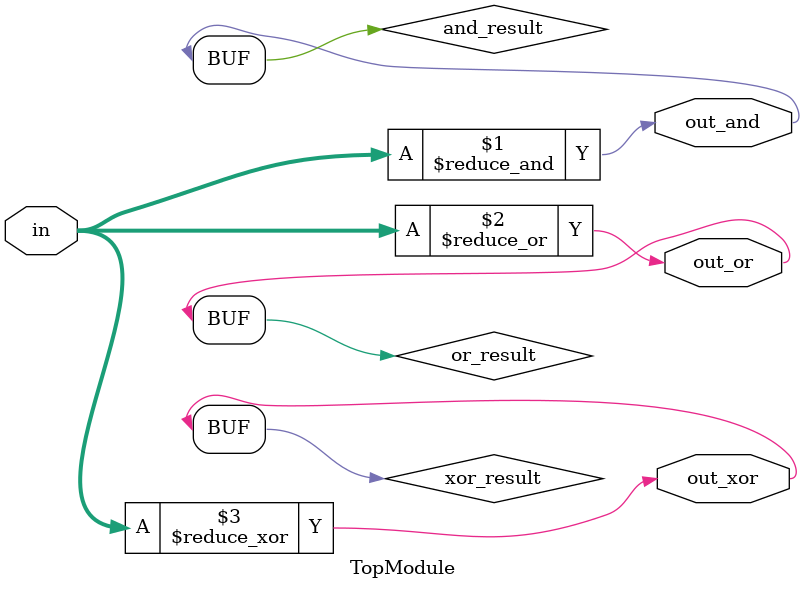
<source format=sv>

module TopModule (
    input  [99:0] in,
    output       out_and,
    output       out_or,
    output       out_xor
);

// Internal combational logic
wire and_result;
wire or_result;
wire xor_result;

assign and_result = &in;           // Performs 100-input AND operation
assign or_result = |in;            // Performs 100-input OR operation
assign xor_result = ^in;           // Performs 100-input XOR operation

// Assign results to outputs
assign out_and = and_result;
assign out_or  = or_result;
assign out_xor = xor_result;

endmodule
</source>
